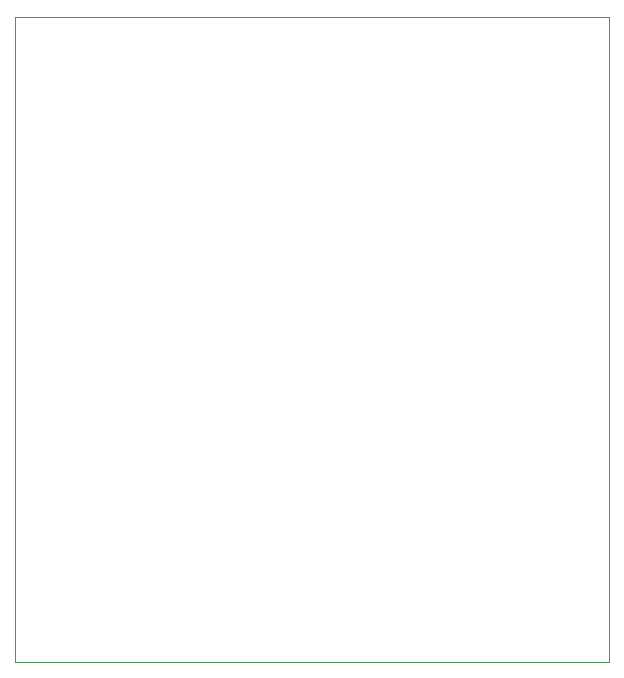
<source format=gbr>
G04 #@! TF.GenerationSoftware,KiCad,Pcbnew,5.1.2-1.fc30*
G04 #@! TF.CreationDate,2019-07-17T03:16:36+02:00*
G04 #@! TF.ProjectId,bsd_programmer,6273645f-7072-46f6-9772-616d6d65722e,1.0*
G04 #@! TF.SameCoordinates,Original*
G04 #@! TF.FileFunction,Profile,NP*
%FSLAX46Y46*%
G04 Gerber Fmt 4.6, Leading zero omitted, Abs format (unit mm)*
G04 Created by KiCad (PCBNEW 5.1.2-1.fc30) date 2019-07-17 03:16:36*
%MOMM*%
%LPD*%
G04 APERTURE LIST*
%ADD10C,0.050000*%
G04 APERTURE END LIST*
D10*
X133080000Y-117602000D02*
X133080000Y-62992000D01*
X183388000Y-117602000D02*
X133080000Y-117602000D01*
X183388000Y-62992000D02*
X183388000Y-117602000D01*
X133080000Y-62992000D02*
X183388000Y-62992000D01*
M02*

</source>
